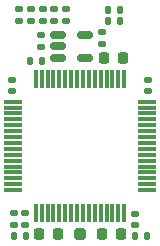
<source format=gbr>
%TF.GenerationSoftware,KiCad,Pcbnew,8.0.5*%
%TF.CreationDate,2025-06-26T13:10:11+01:00*%
%TF.ProjectId,sdrr rev d,73647272-2072-4657-9620-642e6b696361,rev?*%
%TF.SameCoordinates,Original*%
%TF.FileFunction,Paste,Top*%
%TF.FilePolarity,Positive*%
%FSLAX46Y46*%
G04 Gerber Fmt 4.6, Leading zero omitted, Abs format (unit mm)*
G04 Created by KiCad (PCBNEW 8.0.5) date 2025-06-26 13:10:11*
%MOMM*%
%LPD*%
G01*
G04 APERTURE LIST*
G04 Aperture macros list*
%AMRoundRect*
0 Rectangle with rounded corners*
0 $1 Rounding radius*
0 $2 $3 $4 $5 $6 $7 $8 $9 X,Y pos of 4 corners*
0 Add a 4 corners polygon primitive as box body*
4,1,4,$2,$3,$4,$5,$6,$7,$8,$9,$2,$3,0*
0 Add four circle primitives for the rounded corners*
1,1,$1+$1,$2,$3*
1,1,$1+$1,$4,$5*
1,1,$1+$1,$6,$7*
1,1,$1+$1,$8,$9*
0 Add four rect primitives between the rounded corners*
20,1,$1+$1,$2,$3,$4,$5,0*
20,1,$1+$1,$4,$5,$6,$7,0*
20,1,$1+$1,$6,$7,$8,$9,0*
20,1,$1+$1,$8,$9,$2,$3,0*%
G04 Aperture macros list end*
%ADD10RoundRect,0.135000X-0.135000X-0.185000X0.135000X-0.185000X0.135000X0.185000X-0.135000X0.185000X0*%
%ADD11RoundRect,0.140000X-0.170000X0.140000X-0.170000X-0.140000X0.170000X-0.140000X0.170000X0.140000X0*%
%ADD12RoundRect,0.225000X0.225000X0.250000X-0.225000X0.250000X-0.225000X-0.250000X0.225000X-0.250000X0*%
%ADD13RoundRect,0.135000X-0.185000X0.135000X-0.185000X-0.135000X0.185000X-0.135000X0.185000X0.135000X0*%
%ADD14RoundRect,0.150000X-0.512500X-0.150000X0.512500X-0.150000X0.512500X0.150000X-0.512500X0.150000X0*%
%ADD15RoundRect,0.250000X-0.250000X-0.250000X0.250000X-0.250000X0.250000X0.250000X-0.250000X0.250000X0*%
%ADD16RoundRect,0.140000X0.170000X-0.140000X0.170000X0.140000X-0.170000X0.140000X-0.170000X-0.140000X0*%
%ADD17RoundRect,0.135000X0.135000X0.185000X-0.135000X0.185000X-0.135000X-0.185000X0.135000X-0.185000X0*%
%ADD18RoundRect,0.075000X-0.700000X0.075000X-0.700000X-0.075000X0.700000X-0.075000X0.700000X0.075000X0*%
%ADD19RoundRect,0.075000X-0.075000X0.700000X-0.075000X-0.700000X0.075000X-0.700000X0.075000X0.700000X0*%
%ADD20RoundRect,0.140000X0.140000X0.170000X-0.140000X0.170000X-0.140000X-0.170000X0.140000X-0.170000X0*%
%ADD21RoundRect,0.225000X-0.225000X-0.250000X0.225000X-0.250000X0.225000X0.250000X-0.225000X0.250000X0*%
%ADD22RoundRect,0.135000X0.185000X-0.135000X0.185000X0.135000X-0.185000X0.135000X-0.185000X-0.135000X0*%
%ADD23RoundRect,0.147500X0.147500X0.172500X-0.147500X0.172500X-0.147500X-0.172500X0.147500X-0.172500X0*%
G04 APERTURE END LIST*
D10*
%TO.C,R3*%
X111605600Y-36626800D03*
X112625600Y-36626800D03*
%TD*%
D11*
%TO.C,C1*%
X105943400Y-38763000D03*
X105943400Y-39723000D03*
%TD*%
D12*
%TO.C,C3*%
X112839800Y-40665400D03*
X111289800Y-40665400D03*
%TD*%
D13*
%TO.C,R6*%
X104089200Y-36523200D03*
X104089200Y-37543200D03*
%TD*%
D11*
%TO.C,C2*%
X111048800Y-38509000D03*
X111048800Y-39469000D03*
%TD*%
D13*
%TO.C,R5*%
X105079800Y-36523200D03*
X105079800Y-37543200D03*
%TD*%
D14*
%TO.C,U3*%
X107351400Y-38760400D03*
X107351400Y-39710400D03*
X107351400Y-40660400D03*
X109626400Y-40660400D03*
X109626400Y-38760400D03*
%TD*%
D15*
%TO.C,TP1*%
X109220000Y-55609800D03*
%TD*%
D13*
%TO.C,R2*%
X107061000Y-36523200D03*
X107061000Y-37543200D03*
%TD*%
D16*
%TO.C,C7*%
X103479600Y-43507600D03*
X103479600Y-42547600D03*
%TD*%
D11*
%TO.C,C6*%
X113868200Y-53859800D03*
X113868200Y-54819800D03*
%TD*%
D10*
%TO.C,R8*%
X103604600Y-55762200D03*
X104624600Y-55762200D03*
%TD*%
D13*
%TO.C,R4*%
X106070400Y-36523200D03*
X106070400Y-37543200D03*
%TD*%
D17*
%TO.C,R7*%
X114860800Y-55762200D03*
X113840800Y-55762200D03*
%TD*%
D18*
%TO.C,U1*%
X114895000Y-44383000D03*
X114895000Y-44883000D03*
X114895000Y-45383000D03*
X114895000Y-45883000D03*
X114895000Y-46383000D03*
X114895000Y-46883000D03*
X114895000Y-47383000D03*
X114895000Y-47883000D03*
X114895000Y-48383000D03*
X114895000Y-48883000D03*
X114895000Y-49383000D03*
X114895000Y-49883000D03*
X114895000Y-50383000D03*
X114895000Y-50883000D03*
X114895000Y-51383000D03*
X114895000Y-51883000D03*
D19*
X112970000Y-53808000D03*
X112470000Y-53808000D03*
X111970000Y-53808000D03*
X111470000Y-53808000D03*
X110970000Y-53808000D03*
X110470000Y-53808000D03*
X109970000Y-53808000D03*
X109470000Y-53808000D03*
X108970000Y-53808000D03*
X108470000Y-53808000D03*
X107970000Y-53808000D03*
X107470000Y-53808000D03*
X106970000Y-53808000D03*
X106470000Y-53808000D03*
X105970000Y-53808000D03*
X105470000Y-53808000D03*
D18*
X103545000Y-51883000D03*
X103545000Y-51383000D03*
X103545000Y-50883000D03*
X103545000Y-50383000D03*
X103545000Y-49883000D03*
X103545000Y-49383000D03*
X103545000Y-48883000D03*
X103545000Y-48383000D03*
X103545000Y-47883000D03*
X103545000Y-47383000D03*
X103545000Y-46883000D03*
X103545000Y-46383000D03*
X103545000Y-45883000D03*
X103545000Y-45383000D03*
X103545000Y-44883000D03*
X103545000Y-44383000D03*
D19*
X105470000Y-42458000D03*
X105970000Y-42458000D03*
X106470000Y-42458000D03*
X106970000Y-42458000D03*
X107470000Y-42458000D03*
X107970000Y-42458000D03*
X108470000Y-42458000D03*
X108970000Y-42458000D03*
X109470000Y-42458000D03*
X109970000Y-42458000D03*
X110470000Y-42458000D03*
X110970000Y-42458000D03*
X111470000Y-42458000D03*
X111970000Y-42458000D03*
X112470000Y-42458000D03*
X112970000Y-42458000D03*
%TD*%
D11*
%TO.C,C4*%
X103606600Y-53850600D03*
X103606600Y-54810600D03*
%TD*%
D20*
%TO.C,C5*%
X105966200Y-40944800D03*
X105006200Y-40944800D03*
%TD*%
D12*
%TO.C,C8*%
X112662000Y-55609800D03*
X111112000Y-55609800D03*
%TD*%
D21*
%TO.C,C9*%
X105778000Y-55584400D03*
X107328000Y-55584400D03*
%TD*%
D22*
%TO.C,R9*%
X104571800Y-54849800D03*
X104571800Y-53829800D03*
%TD*%
D23*
%TO.C,D1*%
X112600600Y-37592000D03*
X111630600Y-37592000D03*
%TD*%
D16*
%TO.C,C10*%
X114960400Y-43507600D03*
X114960400Y-42547600D03*
%TD*%
D22*
%TO.C,R1*%
X108051600Y-37543200D03*
X108051600Y-36523200D03*
%TD*%
M02*

</source>
